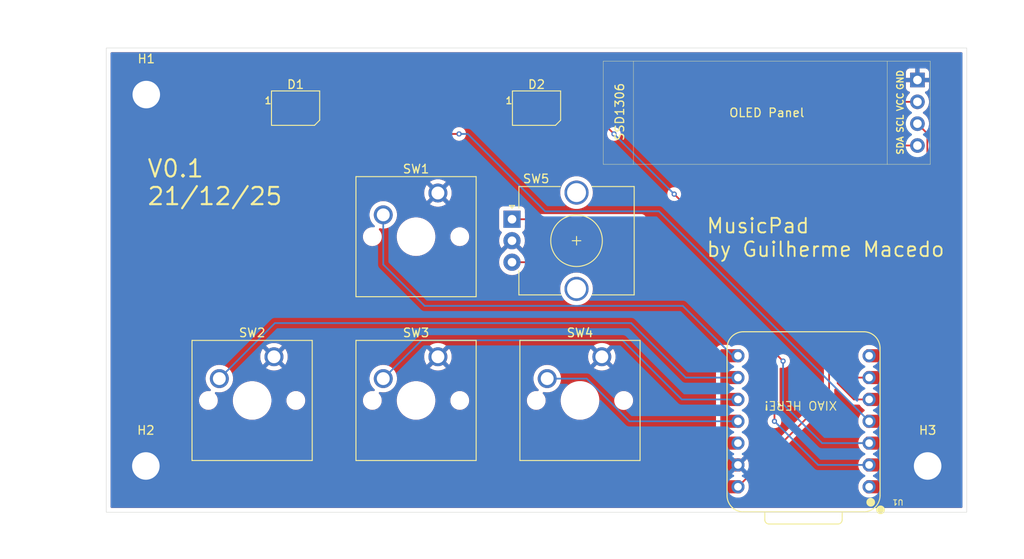
<source format=kicad_pcb>
(kicad_pcb (version 20241229) (generator "pcbnew") (generator_version "9.0")
  (title_block (title "HackPad but Music") (date "2025-12-21") (rev "0.1") (company "by Guilherme Macedo"))
  (layers (0 "F.Cu" signal) (2 "B.Cu" signal) (13 "F.Paste" user) (15 "B.Paste" user) (5 "F.SilkS" user "F.Silkscreen") (7 "B.SilkS" user "B.Silkscreen") (1 "F.Mask" user) (3 "B.Mask" user) (25 "Edge.Cuts" user))
  (net 0 "")
  (net 1 "GND")
  (net 2 "Net-(D1-DIN)")
  (net 3 "+5V")
  (net 4 "Net-(D1-DOUT)")
  (net 6 "Net-(SSD1306-SCL)")
  (net 7 "Net-(U1-GPIO1{slash}RX)")
  (net 8 "Net-(U1-GPIO2{slash}SCK)")
  (net 9 "Net-(U1-GPIO4{slash}MISO)")
  (net 10 "Net-(U1-GPIO3{slash}MOSI)")
  (net 13 "Net-(U1-GPIO28{slash}ADC2{slash}A2)")
  (net 14 "Net-(U1-GPIO27{slash}ADC1{slash}A1)")
  (net 16 "Net-(SSD1306-SDA)")
  (footprint "Button_Switch_Keyboard:SW_Cherry_MX_1.00u_PCB" (layer "F.Cu") (at 141.88915 101.498918)
    (property "Reference" "SW3" (at -2.54 -2.794 0) (layer "F.SilkS"))
    (property "Value" "SW_Push")
    (fp_line (start -9.525 -1.905) (end 4.445 -1.905) (stroke (width 0.12)) (layer "F.SilkS"))
    (fp_line (start -9.525 12.065) (end -9.525 -1.905) (stroke (width 0.12)) (layer "F.SilkS"))
    (fp_line (start 4.445 -1.905) (end 4.445 12.065) (stroke (width 0.12)) (layer "F.SilkS"))
    (fp_line (start 4.445 12.065) (end -9.525 12.065) (stroke (width 0.12)) (layer "F.SilkS"))
    (pad "" np_thru_hole circle (at -7.62 5.08) (size 1.7 1.7) (drill 1.7) (layers "*.Cu" "*.Mask"))
    (pad "" np_thru_hole circle (at -2.54 5.08) (size 4 4) (drill 4) (layers "*.Cu" "*.Mask"))
    (pad "" np_thru_hole circle (at 2.54 5.08) (size 1.7 1.7) (drill 1.7) (layers "*.Cu" "*.Mask"))
    (pad "1" thru_hole circle (at 0 0) (size 2.2 2.2) (drill 1.5) (layers "*.Cu" "*.Mask") (net 1 "GND"))
    (pad "2" thru_hole circle (at -6.35 2.54) (size 2.2 2.2) (drill 1.5) (layers "*.Cu" "*.Mask") (net 9 "Net-(U1-GPIO4{slash}MISO)"))
  )
  (footprint "MountingHole:MountingHole_3.2mm_M3_Pad" (layer "F.Cu") (at 108 71)
    (property "Reference" "H1" (at 0 -4.15 0) (layer "F.SilkS"))
    (property "Value" "MountingHole")
    (pad "1" thru_hole circle (at 0 0) (size 6.4 6.4) (drill 3.2) (layers "*.Cu" "*.Mask"))
  )
  (footprint "Button_Switch_Keyboard:SW_Cherry_MX_1.00u_PCB" (layer "F.Cu") (at 160.93915 101.498918)
    (property "Reference" "SW4" (at -2.54 -2.794 0) (layer "F.SilkS"))
    (property "Value" "SW_Push")
    (fp_line (start -9.525 -1.905) (end 4.445 -1.905) (stroke (width 0.12)) (layer "F.SilkS"))
    (fp_line (start -9.525 12.065) (end -9.525 -1.905) (stroke (width 0.12)) (layer "F.SilkS"))
    (fp_line (start 4.445 -1.905) (end 4.445 12.065) (stroke (width 0.12)) (layer "F.SilkS"))
    (fp_line (start 4.445 12.065) (end -9.525 12.065) (stroke (width 0.12)) (layer "F.SilkS"))
    (pad "" np_thru_hole circle (at -7.62 5.08) (size 1.7 1.7) (drill 1.7) (layers "*.Cu" "*.Mask"))
    (pad "" np_thru_hole circle (at -2.54 5.08) (size 4 4) (drill 4) (layers "*.Cu" "*.Mask"))
    (pad "" np_thru_hole circle (at 2.54 5.08) (size 1.7 1.7) (drill 1.7) (layers "*.Cu" "*.Mask"))
    (pad "1" thru_hole circle (at 0 0) (size 2.2 2.2) (drill 1.5) (layers "*.Cu" "*.Mask") (net 1 "GND"))
    (pad "2" thru_hole circle (at -6.35 2.54) (size 2.2 2.2) (drill 1.5) (layers "*.Cu" "*.Mask") (net 10 "Net-(U1-GPIO3{slash}MOSI)"))
  )
  (footprint "MountingHole:MountingHole_3.2mm_M3_Pad" (layer "F.Cu") (at 198.8 114.2)
    (property "Reference" "H3" (at 0 -4.15 0) (layer "F.SilkS"))
    (property "Value" "MountingHole")
    (pad "1" thru_hole circle (at 0 0) (size 6.4 6.4) (drill 3.2) (layers "*.Cu" "*.Mask"))
  )
  (footprint "Rotary_Encoder:RotaryEncoder_Alps_EC12E_Vertical_H20mm_CircularMountingHoles" (layer "F.Cu") (at 150.5 85.5)
    (property "Reference" "SW5" (at 2.8 -4.7 0) (layer "F.SilkS"))
    (property "Value" "RotaryEncoder")
    (fp_line (start -0.3 -1.6) (end 0.3 -1.6) (stroke (width 0.12)) (layer "F.SilkS"))
    (fp_line (start 0 -1.3) (end -0.3 -1.6) (stroke (width 0.12)) (layer "F.SilkS"))
    (fp_line (start 0.3 -1.6) (end 0 -1.3) (stroke (width 0.12)) (layer "F.SilkS"))
    (fp_line (start 0.8 -3.8) (end 0.8 -1.3) (stroke (width 0.12)) (layer "F.SilkS"))
    (fp_line (start 0.8 8.8) (end 0.8 6) (stroke (width 0.12)) (layer "F.SilkS"))
    (fp_line (start 5.6 -3.8) (end 0.8 -3.8) (stroke (width 0.12)) (layer "F.SilkS"))
    (fp_line (start 5.7 8.8) (end 0.8 8.8) (stroke (width 0.12)) (layer "F.SilkS"))
    (fp_line (start 7 2.5) (end 8 2.5) (stroke (width 0.12)) (layer "F.SilkS"))
    (fp_line (start 7.5 2) (end 7.5 3) (stroke (width 0.12)) (layer "F.SilkS"))
    (fp_line (start 9.3 -3.8) (end 14.2 -3.8) (stroke (width 0.12)) (layer "F.SilkS"))
    (fp_line (start 14.2 -3.8) (end 14.2 8.8) (stroke (width 0.12)) (layer "F.SilkS"))
    (fp_line (start 14.2 8.8) (end 9.3 8.8) (stroke (width 0.12)) (layer "F.SilkS"))
    (fp_circle (center 7.5 2.5) (end 10.5 2.5) (stroke (width 0.12)) (fill no) (layer "F.SilkS"))
    (pad "A" thru_hole rect (at 0 0) (size 2 2) (drill 1) (layers "*.Cu" "*.Mask") (net 13 "Net-(U1-GPIO28{slash}ADC2{slash}A2)"))
    (pad "B" thru_hole circle (at 0 5) (size 2 2) (drill 1) (layers "*.Cu" "*.Mask") (net 14 "Net-(U1-GPIO27{slash}ADC1{slash}A1)"))
    (pad "C" thru_hole circle (at 0 2.5) (size 2 2) (drill 1) (layers "*.Cu" "*.Mask") (net 1 "GND"))
    (pad "MP" thru_hole circle (at 7.5 -3.1) (size 2.8 2.8) (drill 2.2) (layers "*.Cu" "*.Mask"))
    (pad "MP" thru_hole circle (at 7.5 8.1) (size 2.8 2.8) (drill 2.2) (layers "*.Cu" "*.Mask"))
  )
  (footprint "LED_SMD:LED_SK6812MINI_PLCC4_3.5x3.5mm_P1.75mm" (layer "F.Cu") (at 125.34915 72.578918)
    (property "Reference" "D1" (at 0 -2.75 0) (layer "F.SilkS"))
    (property "Value" "SK6812MINI")
    (fp_line (start -2.8 -2) (end -2.8 2) (stroke (width 0.12)) (layer "F.SilkS"))
    (fp_line (start -2.8 -2) (end 2.8 -2) (stroke (width 0.12)) (layer "F.SilkS"))
    (fp_line (start -2.8 2) (end 2.2 2) (stroke (width 0.12)) (layer "F.SilkS"))
    (fp_line (start 2.8 1.4) (end 2.2 2) (stroke (width 0.12)) (layer "F.SilkS"))
    (fp_line (start 2.8 1.4) (end 2.8 -2) (stroke (width 0.12)) (layer "F.SilkS"))
    (fp_text user "1" (at -3.2 -0.875 0) (layer "F.SilkS") (effects (font (size 0.8 0.8))))
    (pad "1" smd rect (at -1.75 -0.875) (size 1.6 0.85) (layers "F.Cu" "F.Mask" "F.Paste") (net 4 "Net-(D1-DOUT)"))
    (pad "2" smd rect (at -1.75 0.875) (size 1.6 0.85) (layers "F.Cu" "F.Mask" "F.Paste") (net 1 "GND"))
    (pad "3" smd rect (at 1.75 0.875) (size 1.6 0.85) (layers "F.Cu" "F.Mask" "F.Paste") (net 2 "Net-(D1-DIN)"))
    (pad "4" smd rect (at 1.75 -0.875) (size 1.6 0.85) (layers "F.Cu" "F.Mask" "F.Paste") (net 3 "+5V"))
  )
  (footprint "Button_Switch_Keyboard:SW_Cherry_MX_1.00u_PCB" (layer "F.Cu") (at 141.88915 82.448918)
    (property "Reference" "SW1" (at -2.54 -2.794 0) (layer "F.SilkS"))
    (property "Value" "SW_Push")
    (fp_line (start -9.525 -1.905) (end 4.445 -1.905) (stroke (width 0.12)) (layer "F.SilkS"))
    (fp_line (start -9.525 12.065) (end -9.525 -1.905) (stroke (width 0.12)) (layer "F.SilkS"))
    (fp_line (start 4.445 -1.905) (end 4.445 12.065) (stroke (width 0.12)) (layer "F.SilkS"))
    (fp_line (start 4.445 12.065) (end -9.525 12.065) (stroke (width 0.12)) (layer "F.SilkS"))
    (pad "" np_thru_hole circle (at -7.62 5.08) (size 1.7 1.7) (drill 1.7) (layers "*.Cu" "*.Mask"))
    (pad "" np_thru_hole circle (at -2.54 5.08) (size 4 4) (drill 4) (layers "*.Cu" "*.Mask"))
    (pad "" np_thru_hole circle (at 2.54 5.08) (size 1.7 1.7) (drill 1.7) (layers "*.Cu" "*.Mask"))
    (pad "1" thru_hole circle (at 0 0) (size 2.2 2.2) (drill 1.5) (layers "*.Cu" "*.Mask") (net 1 "GND"))
    (pad "2" thru_hole circle (at -6.35 2.54) (size 2.2 2.2) (drill 1.5) (layers "*.Cu" "*.Mask") (net 7 "Net-(U1-GPIO1{slash}RX)"))
  )
  (footprint "MountingHole:MountingHole_3.2mm_M3_Pad" (layer "F.Cu") (at 107.94915 114.2)
    (property "Reference" "H2" (at 0 -4.15 0) (layer "F.SilkS"))
    (property "Value" "MountingHole")
    (pad "1" thru_hole circle (at 0 0) (size 6.4 6.4) (drill 3.2) (layers "*.Cu" "*.Mask"))
  )
  (footprint "Seeed Studio XIAO Series Library:XIAO-RP2040-DIP" (layer "F.Cu") (at 184.38 109 180)
    (property "Reference" "U1" (at -10.96915 -9.42 180) (layer "F.SilkS") (effects (font (size 0.635 0.635) (thickness 0.1016))))
    (property "Value" "XIAO-RP2040-DIP")
    (fp_line (start 8.89 8.509) (end 8.89 -8.636) (stroke (width 0.127)) (layer "F.SilkS"))
    (fp_line (start 6.985 -10.541) (end -6.985 -10.541) (stroke (width 0.1)) (layer "F.SilkS"))
    (fp_line (start 6.985 -10.541) (end -6.985 -10.541) (stroke (width 0.127)) (layer "F.SilkS"))
    (fp_line (start 4.504 -11.451) (end 4.504 -10.541) (stroke (width 0.127)) (layer "F.SilkS"))
    (fp_line (start -3.991272 -11.951) (end 4.004 -11.951) (stroke (width 0.127)) (layer "F.SilkS"))
    (fp_line (start -4.495 -10.541) (end -4.491272 -11.451272) (stroke (width 0.127)) (layer "F.SilkS"))
    (fp_line (start -6.985 10.414) (end 6.985 10.414) (stroke (width 0.127)) (layer "F.SilkS"))
    (fp_line (start -8.89 8.509) (end -8.89 -8.636) (stroke (width 0.127)) (layer "F.SilkS"))
    (fp_arc (start 8.89 8.509) (mid 8.332038 9.856038) (end 6.985 10.414) (stroke (width 0.127)) (layer "F.SilkS"))
    (fp_arc (start 6.985 -10.541) (mid 8.332038 -9.983038) (end 8.89 -8.636) (stroke (width 0.127)) (layer "F.SilkS"))
    (fp_arc (start 4.004 -11.951) (mid 4.357553 -11.804553) (end 4.504 -11.451) (stroke (width 0.127)) (layer "F.SilkS"))
    (fp_arc (start -4.491272 -11.451272) (mid -4.344728 -11.80464) (end -3.991272 -11.951) (stroke (width 0.127)) (layer "F.SilkS"))
    (fp_arc (start -6.985 10.414) (mid -8.332038 9.856038) (end -8.89 8.509) (stroke (width 0.127)) (layer "F.SilkS"))
    (fp_arc (start -8.89 -8.636) (mid -8.332038 -9.983038) (end -6.985 -10.541) (stroke (width 0.127)) (layer "F.SilkS"))
    (fp_circle (center -7.807 -9.42) (end -7.807 -9.674) (stroke (width 0.5)) (fill yes) (layer "F.SilkS"))
    (fp_circle (center -8.95 -10.3) (end -8.95 -10.554) (stroke (width 0.5)) (fill yes) (layer "F.SilkS"))
    (pad "1" smd roundrect (at -8.455 -7.62) (size 2.432 1.524) (layers "F.Cu" "F.Mask") (roundrect_rratio 0.1))
    (pad "1" thru_hole circle (at -7.62 -7.62) (size 1.524 1.524) (drill 0.889) (layers "*.Cu" "*.Mask"))
    (pad "2" smd roundrect (at -8.455 -5.08) (size 2.432 1.524) (layers "F.Cu" "F.Mask") (roundrect_rratio 0.1) (net 14 "Net-(U1-GPIO27{slash}ADC1{slash}A1)"))
    (pad "2" thru_hole circle (at -7.62 -5.08) (size 1.524 1.524) (drill 0.889) (layers "*.Cu" "*.Mask") (net 14 "Net-(U1-GPIO27{slash}ADC1{slash}A1)"))
    (pad "3" smd roundrect (at -8.455 -2.54) (size 2.432 1.524) (layers "F.Cu" "F.Mask") (roundrect_rratio 0.1) (net 13 "Net-(U1-GPIO28{slash}ADC2{slash}A2)"))
    (pad "3" thru_hole circle (at -7.62 -2.54) (size 1.524 1.524) (drill 0.889) (layers "*.Cu" "*.Mask") (net 13 "Net-(U1-GPIO28{slash}ADC2{slash}A2)"))
    (pad "4" smd roundrect (at -8.455 0) (size 2.432 1.524) (layers "F.Cu" "F.Mask") (roundrect_rratio 0.1) (net 2 "Net-(D1-DIN)"))
    (pad "4" thru_hole circle (at -7.62 0) (size 1.524 1.524) (drill 0.889) (layers "*.Cu" "*.Mask") (net 2 "Net-(D1-DIN)"))
    (pad "5" smd roundrect (at -8.455 2.54) (size 2.432 1.524) (layers "F.Cu" "F.Mask") (roundrect_rratio 0.1) (net 16 "Net-(SSD1306-SDA)"))
    (pad "5" thru_hole circle (at -7.62 2.54) (size 1.524 1.524) (drill 0.889) (layers "*.Cu" "*.Mask") (net 16 "Net-(SSD1306-SDA)"))
    (pad "6" smd roundrect (at -8.455 5.08) (size 2.432 1.524) (layers "F.Cu" "F.Mask") (roundrect_rratio 0.1) (net 6 "Net-(SSD1306-SCL)"))
    (pad "6" thru_hole circle (at -7.62 5.08) (size 1.524 1.524) (drill 0.889) (layers "*.Cu" "*.Mask") (net 6 "Net-(SSD1306-SCL)"))
    (pad "7" smd roundrect (at -8.455 7.62) (size 2.432 1.524) (layers "F.Cu" "F.Mask") (roundrect_rratio 0.1))
    (pad "7" thru_hole circle (at -7.62 7.62) (size 1.524 1.524) (drill 0.889) (layers "*.Cu" "*.Mask"))
    (pad "8" thru_hole circle (at 7.62 7.62 180) (size 1.524 1.524) (drill 0.889) (layers "*.Cu" "*.Mask") (net 7 "Net-(U1-GPIO1{slash}RX)"))
    (pad "8" smd roundrect (at 8.455 7.62 180) (size 2.432 1.524) (layers "F.Cu" "F.Mask") (roundrect_rratio 0.1) (net 7 "Net-(U1-GPIO1{slash}RX)"))
    (pad "9" thru_hole circle (at 7.62 5.08 180) (size 1.524 1.524) (drill 0.889) (layers "*.Cu" "*.Mask") (net 8 "Net-(U1-GPIO2{slash}SCK)"))
    (pad "9" smd roundrect (at 8.455 5.08 180) (size 2.432 1.524) (layers "F.Cu" "F.Mask") (roundrect_rratio 0.1) (net 8 "Net-(U1-GPIO2{slash}SCK)"))
    (pad "10" thru_hole circle (at 7.62 2.54 180) (size 1.524 1.524) (drill 0.889) (layers "*.Cu" "*.Mask") (net 9 "Net-(U1-GPIO4{slash}MISO)"))
    (pad "10" smd roundrect (at 8.455 2.54 180) (size 2.432 1.524) (layers "F.Cu" "F.Mask") (roundrect_rratio 0.1) (net 9 "Net-(U1-GPIO4{slash}MISO)"))
    (pad "11" thru_hole circle (at 7.62 0 180) (size 1.524 1.524) (drill 0.889) (layers "*.Cu" "*.Mask") (net 10 "Net-(U1-GPIO3{slash}MOSI)"))
    (pad "11" smd roundrect (at 8.455 0 180) (size 2.432 1.524) (layers "F.Cu" "F.Mask") (roundrect_rratio 0.1) (net 10 "Net-(U1-GPIO3{slash}MOSI)"))
    (pad "12" thru_hole circle (at 7.62 -2.54 180) (size 1.524 1.524) (drill 0.889) (layers "*.Cu" "*.Mask"))
    (pad "12" smd roundrect (at 8.455 -2.54 180) (size 2.432 1.524) (layers "F.Cu" "F.Mask") (roundrect_rratio 0.1))
    (pad "13" thru_hole circle (at 7.62 -5.08 180) (size 1.524 1.524) (drill 0.889) (layers "*.Cu" "*.Mask") (net 1 "GND"))
    (pad "13" smd roundrect (at 8.455 -5.08 180) (size 2.432 1.524) (layers "F.Cu" "F.Mask") (roundrect_rratio 0.1) (net 1 "GND"))
    (pad "14" thru_hole circle (at 7.62 -7.62 180) (size 1.524 1.524) (drill 0.889) (layers "*.Cu" "*.Mask") (net 3 "+5V"))
    (pad "14" smd roundrect (at 8.455 -7.62 180) (size 2.432 1.524) (layers "F.Cu" "F.Mask") (roundrect_rratio 0.1) (net 3 "+5V"))
  )
  (footprint "Button_Switch_Keyboard:SW_Cherry_MX_1.00u_PCB" (layer "F.Cu") (at 122.83915 101.498918)
    (property "Reference" "SW2" (at -2.54 -2.794 0) (layer "F.SilkS"))
    (property "Value" "SW_Push")
    (fp_line (start -9.525 -1.905) (end 4.445 -1.905) (stroke (width 0.12)) (layer "F.SilkS"))
    (fp_line (start -9.525 12.065) (end -9.525 -1.905) (stroke (width 0.12)) (layer "F.SilkS"))
    (fp_line (start 4.445 -1.905) (end 4.445 12.065) (stroke (width 0.12)) (layer "F.SilkS"))
    (fp_line (start 4.445 12.065) (end -9.525 12.065) (stroke (width 0.12)) (layer "F.SilkS"))
    (pad "" np_thru_hole circle (at -7.62 5.08) (size 1.7 1.7) (drill 1.7) (layers "*.Cu" "*.Mask"))
    (pad "" np_thru_hole circle (at -2.54 5.08) (size 4 4) (drill 4) (layers "*.Cu" "*.Mask"))
    (pad "" np_thru_hole circle (at 2.54 5.08) (size 1.7 1.7) (drill 1.7) (layers "*.Cu" "*.Mask"))
    (pad "1" thru_hole circle (at 0 0) (size 2.2 2.2) (drill 1.5) (layers "*.Cu" "*.Mask") (net 1 "GND"))
    (pad "2" thru_hole circle (at -6.35 2.54) (size 2.2 2.2) (drill 1.5) (layers "*.Cu" "*.Mask") (net 8 "Net-(U1-GPIO2{slash}SCK)"))
  )
  (footprint "LED_SMD:LED_SK6812MINI_PLCC4_3.5x3.5mm_P1.75mm" (layer "F.Cu") (at 153.34915 72.578918)
    (property "Reference" "D2" (at 0 -2.75 0) (layer "F.SilkS"))
    (property "Value" "SK6812MINI")
    (fp_line (start -2.8 -2) (end -2.8 2) (stroke (width 0.12)) (layer "F.SilkS"))
    (fp_line (start -2.8 -2) (end 2.8 -2) (stroke (width 0.12)) (layer "F.SilkS"))
    (fp_line (start -2.8 2) (end 2.2 2) (stroke (width 0.12)) (layer "F.SilkS"))
    (fp_line (start 2.8 1.4) (end 2.2 2) (stroke (width 0.12)) (layer "F.SilkS"))
    (fp_line (start 2.8 1.4) (end 2.8 -2) (stroke (width 0.12)) (layer "F.SilkS"))
    (fp_text user "1" (at -3.2 -0.875 0) (layer "F.SilkS") (effects (font (size 0.8 0.8))))
    (pad "1" smd rect (at -1.75 -0.875) (size 1.6 0.85) (layers "F.Cu" "F.Mask" "F.Paste"))
    (pad "2" smd rect (at -1.75 0.875) (size 1.6 0.85) (layers "F.Cu" "F.Mask" "F.Paste") (net 1 "GND"))
    (pad "3" smd rect (at 1.75 0.875) (size 1.6 0.85) (layers "F.Cu" "F.Mask" "F.Paste") (net 4 "Net-(D1-DOUT)"))
    (pad "4" smd rect (at 1.75 -0.875) (size 1.6 0.85) (layers "F.Cu" "F.Mask" "F.Paste") (net 3 "+5V"))
  )
  (footprint "SSD1306 OLED:SSD1306_IDINTSEE" (layer "F.Cu") (at 161.115 67.115)
    (property "Reference" "SSD1306" (at 1.9 5.91 90) (layer "F.SilkS"))
    (property "Value" "~")
    (fp_line (start 0 0) (end 0 12) (stroke (width 0.04)) (layer "F.SilkS"))
    (fp_line (start 0 12) (end 38 12) (stroke (width 0.04)) (layer "F.SilkS"))
    (fp_line (start 3.5 0) (end 3.5 12) (stroke (width 0.04)) (layer "F.SilkS"))
    (fp_line (start 33 0) (end 33 12) (stroke (width 0.04)) (layer "F.SilkS"))
    (fp_line (start 38 0) (end 0 0) (stroke (width 0.04)) (layer "F.SilkS"))
    (fp_line (start 38 12) (end 38 0) (stroke (width 0.04)) (layer "F.SilkS"))
    (fp_text user "GND" (at 34.5 2.19 270) (layer "F.SilkS") (effects (font (size 0.75 0.75))))
    (fp_text user "SDA" (at 34.5 9.81 270) (layer "F.SilkS") (effects (font (size 0.75 0.75))))
    (fp_text user "VCC" (at 34.5 4.73 270) (layer "F.SilkS") (effects (font (size 0.75 0.75))))
    (fp_text user "SCL" (at 34.5 7.27 270) (layer "F.SilkS") (effects (font (size 0.75 0.75))))
    (fp_text user "OLED Panel" (at 19 6 0) (layer "F.SilkS"))
    (pad "1" thru_hole rect (at 36.5 2.19) (size 1.7 1.7) (drill 1) (layers "*.Cu" "*.Mask") (net 1 "GND"))
    (pad "2" thru_hole oval (at 36.5 4.73) (size 1.7 1.7) (drill 1) (layers "*.Cu" "*.Mask") (net 3 "+5V"))
    (pad "3" thru_hole oval (at 36.5 7.27) (size 1.7 1.7) (drill 1) (layers "*.Cu" "*.Mask") (net 6 "Net-(SSD1306-SCL)"))
    (pad "4" thru_hole oval (at 36.5 9.81) (size 1.7 1.7) (drill 1) (layers "*.Cu" "*.Mask") (net 16 "Net-(SSD1306-SDA)"))
  )
  (gr_rect (start 103.34915 65.578918) (end 203.34915 119.578918) (stroke (width 0.05)) (fill no) (layer "Edge.Cuts"))
  (gr_text "MusicPad\nby Guilherme Macedo" (at 173 90 0) (layer "F.SilkS") (effects (font (size 1.7 1.7) (thickness 0.2125)) (justify left bottom)))
  (gr_text "XIAO HERE!" (at 188.34915 106.578918 180) (layer "F.SilkS") (effects (font (size 1 1) (thickness 0.125)) (justify left bottom)))
  (gr_text "V0.1\n21/12/25" (at 108 84 0) (layer "F.SilkS") (effects (font (size 2 2) (thickness 0.25)) (justify left bottom)))
  (segment (start 150.88415 73.453918) (end 151.59915 73.453918) (width 0.2) (layer "F.Cu") (net 1))
  (segment (start 128.22415 73.453918) (end 127.09915 73.453918) (width 0.2) (layer "F.Cu") (net 2))
  (segment (start 144.34915 75.578918) (end 130.34915 75.578918) (width 0.2) (layer "F.Cu") (net 2))
  (segment (start 130.34915 75.578918) (end 128.22415 73.453918) (width 0.2) (layer "F.Cu") (net 2))
  (via (at 144.34915 75.578918) (size 0.6) (drill 0.3) (layers "F.Cu" "B.Cu") (net 2))
  (segment (start 154.34915 84.578918) (end 145.34915 75.578918) (width 0.2) (layer "B.Cu") (net 2))
  (segment (start 145.34915 75.578918) (end 144.34915 75.578918) (width 0.2) (layer "B.Cu") (net 2))
  (segment (start 192 109) (end 167.578918 84.578918) (width 0.2) (layer "B.Cu") (net 2))
  (segment (start 167.578918 84.578918) (end 154.34915 84.578918) (width 0.2) (layer "B.Cu") (net 2))
  (segment (start 151.97415 68.578918) (end 131.34915 68.578918) (width 0.2) (layer "F.Cu") (net 3))
  (segment (start 162.34915 75.578918) (end 158.47415 71.703918) (width 0.2) (layer "F.Cu") (net 3))
  (segment (start 131.34915 68.578918) (end 128.22415 71.703918) (width 0.2) (layer "F.Cu") (net 3))
  (segment (start 128.22415 71.703918) (end 127.09915 71.703918) (width 0.2) (layer "F.Cu") (net 3))
  (segment (start 155.09915 71.703918) (end 151.97415 68.578918) (width 0.2) (layer "F.Cu") (net 3))
  (segment (start 197.615 71.845) (end 195.155 71.845) (width 0.2) (layer "F.Cu") (net 3))
  (segment (start 176.76 116.62) (end 187.34915 106.03085) (width 0.2) (layer "F.Cu") (net 3))
  (segment (start 187.34915 79.65085) (end 187.34915 83.578918) (width 0.2) (layer "F.Cu") (net 3))
  (segment (start 187.34915 106.03085) (end 187.34915 83.578918) (width 0.2) (layer "F.Cu") (net 3))
  (segment (start 158.47415 71.703918) (end 155.09915 71.703918) (width 0.2) (layer "F.Cu") (net 3))
  (segment (start 195.155 71.845) (end 187.34915 79.65085) (width 0.2) (layer "F.Cu") (net 3))
  (segment (start 187.34915 83.578918) (end 170.34915 83.578918) (width 0.2) (layer "F.Cu") (net 3))
  (segment (start 170.34915 83.578918) (end 169.34915 82.578918) (width 0.2) (layer "F.Cu") (net 3))
  (via (at 162.34915 75.578918) (size 0.6) (drill 0.3) (layers "F.Cu" "B.Cu") (net 3))
  (via (at 169.34915 82.578918) (size 0.6) (drill 0.3) (layers "F.Cu" "B.Cu") (net 3))
  (segment (start 169.34915 82.578918) (end 162.34915 75.578918) (width 0.2) (layer "B.Cu") (net 3))
  (segment (start 124.62315 72.727918) (end 154.37315 72.727918) (width 0.2) (layer "F.Cu") (net 4))
  (segment (start 154.37315 72.727918) (end 155.09915 73.453918) (width 0.2) (layer "F.Cu") (net 4))
  (segment (start 123.59915 71.703918) (end 124.62315 72.727918) (width 0.2) (layer "F.Cu") (net 4))
  (segment (start 198.766 75.536) (end 198.766 81.162068) (width 0.2) (layer "F.Cu") (net 6))
  (segment (start 190.690232 103.92) (end 192 103.92) (width 0.2) (layer "F.Cu") (net 6))
  (segment (start 198.766 81.162068) (end 189.34915 90.578918) (width 0.2) (layer "F.Cu") (net 6))
  (segment (start 189.34915 90.578918) (end 189.34915 102.578918) (width 0.2) (layer "F.Cu") (net 6))
  (segment (start 189.34915 102.578918) (end 190.690232 103.92) (width 0.2) (layer "F.Cu") (net 6))
  (segment (start 197.615 74.385) (end 198.766 75.536) (width 0.2) (layer "F.Cu") (net 6))
  (segment (start 135.53915 84.988918) (end 135.53915 90.768918) (width 0.2) (layer "B.Cu") (net 7))
  (segment (start 140.34915 95.578918) (end 170.34915 95.578918) (width 0.2) (layer "B.Cu") (net 7))
  (segment (start 170.34915 95.578918) (end 176.34915 101.578918) (width 0.2) (layer "B.Cu") (net 7))
  (segment (start 135.53915 90.768918) (end 140.34915 95.578918) (width 0.2) (layer "B.Cu") (net 7))
  (segment (start 116.48915 104.038918) (end 122.94915 97.578918) (width 0.2) (layer "B.Cu") (net 8))
  (segment (start 164.34915 97.578918) (end 170.690232 103.92) (width 0.2) (layer "B.Cu") (net 8))
  (segment (start 122.94915 97.578918) (end 164.34915 97.578918) (width 0.2) (layer "B.Cu") (net 8))
  (segment (start 170.690232 103.92) (end 176.76 103.92) (width 0.2) (layer "B.Cu") (net 8))
  (segment (start 135.53915 104.038918) (end 139.99915 99.578918) (width 0.2) (layer "B.Cu") (net 9))
  (segment (start 170.230232 106.46) (end 176.76 106.46) (width 0.2) (layer "B.Cu") (net 9))
  (segment (start 139.99915 99.578918) (end 163.34915 99.578918) (width 0.2) (layer "B.Cu") (net 9))
  (segment (start 163.34915 99.578918) (end 170.230232 106.46) (width 0.2) (layer "B.Cu") (net 9))
  (segment (start 159.183966 104.038918) (end 164.145048 109) (width 0.2) (layer "B.Cu") (net 10))
  (segment (start 164.145048 109) (end 176.76 109) (width 0.2) (layer "B.Cu") (net 10))
  (segment (start 154.58915 104.038918) (end 159.183966 104.038918) (width 0.2) (layer "B.Cu") (net 10))
  (segment (start 165.5 85.5) (end 182 102) (width 0.2) (layer "F.Cu") (net 13))
  (segment (start 150.5 85.5) (end 165.5 85.5) (width 0.2) (layer "F.Cu") (net 13))
  (via (at 182 102) (size 0.6) (drill 0.3) (layers "F.Cu" "B.Cu") (net 13))
  (segment (start 182 107) (end 186.54 111.54) (width 0.2) (layer "B.Cu") (net 13))
  (segment (start 186.54 111.54) (end 192 111.54) (width 0.2) (layer "B.Cu") (net 13))
  (segment (start 182 102) (end 182 107) (width 0.2) (layer "B.Cu") (net 13))
  (segment (start 181 103) (end 181 109) (width 0.2) (layer "F.Cu") (net 14))
  (segment (start 150.5 90.5) (end 168.5 90.5) (width 0.2) (layer "F.Cu") (net 14))
  (segment (start 168.5 90.5) (end 181 103) (width 0.2) (layer "F.Cu") (net 14))
  (via (at 181 109) (size 0.6) (drill 0.3) (layers "F.Cu" "B.Cu") (net 14))
  (segment (start 181 109) (end 186.08 114.08) (width 0.2) (layer "B.Cu") (net 14))
  (segment (start 186.08 114.08) (end 192 114.08) (width 0.2) (layer "B.Cu") (net 14))
  (segment (start 191.665968 76.925) (end 188.34915 80.241818) (width 0.2) (layer "F.Cu") (net 16))
  (segment (start 188.34915 104.578918) (end 190.230232 106.46) (width 0.2) (layer "F.Cu") (net 16))
  (segment (start 188.34915 80.241818) (end 188.34915 104.578918) (width 0.2) (layer "F.Cu") (net 16))
  (segment (start 197.615 76.925) (end 191.665968 76.925) (width 0.2) (layer "F.Cu") (net 16))
  (segment (start 190.230232 106.46) (end 192 106.46) (width 0.2) (layer "F.Cu") (net 16))
  (zone (net 1) (net_name "GND") (layers "F.Cu" "B.Cu") (connect_pads (clearance 0.5)) (min_thickness 0.25) (fill yes (thermal_gap 0.5) (thermal_bridge_width 0.5))
    (polygon (pts (xy 93 62) (xy 210 60) (xy 210 125) (xy 91 124)))
  )
)
</source>
